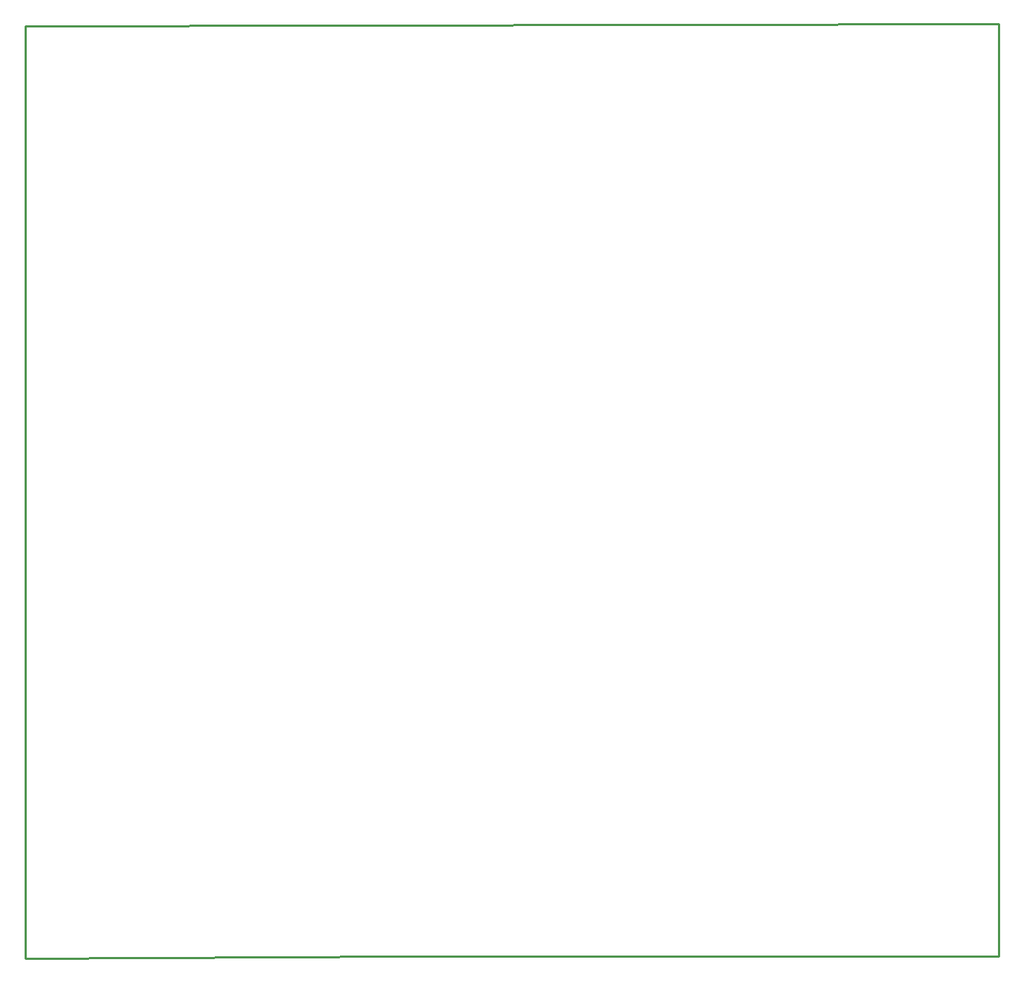
<source format=gko>
G04 Layer: BoardOutline*
G04 EasyEDA v6.3.53, 2020-06-08T12:07:48--7:00*
G04 bd5e1def8c3a44afa438a5c08afba8b4,269c31b763b64a8fadfd0c58d2184f68,10*
G04 Gerber Generator version 0.2*
G04 Scale: 100 percent, Rotated: No, Reflected: No *
G04 Dimensions in millimeters *
G04 leading zeros omitted , absolute positions ,3 integer and 3 decimal *
%FSLAX33Y33*%
%MOMM*%
G90*
G71D02*

%ADD10C,0.254000*%
G54D10*
G01X113919Y242D02*
G01X69469Y242D01*
G01X44069Y242D01*
G01X0Y2D01*
G01X0Y0D02*
G01X4Y109226D01*
G01X5Y109225D02*
G01X113919Y109462D01*
G01X113919Y51042D01*
G01X113919Y242D01*

%LPD*%
M00*
M02*

</source>
